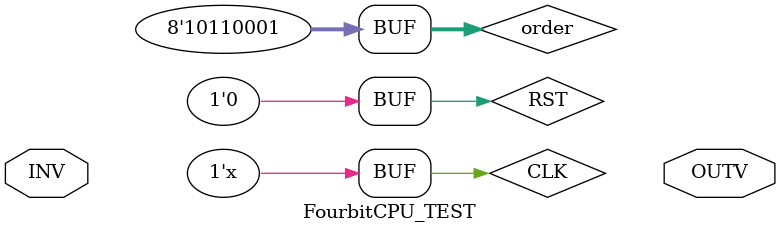
<source format=v>
module FourbitCPU_TEST(
			input  [3:0]  INV,
			output [3:0] OUTV
);

reg CLK, RST;
reg [7:0] order;
wire [3:0] OUT;
wire [3:0] CNT;

parameter STEP=100;

always begin
	CLK = ~CLK; #STEP;
end



FourBitCPU cpu(.CLK(CLK), .RST(RST), .order(order), .OUT(OUT), .CNT(CNT));



initial begin
	RST = 0; CLK=0; 
	
	#STEP order=8'b10110001;
	#STEP order=8'b10110001;
	#STEP order=8'b10110001;
end


endmodule

	
</source>
